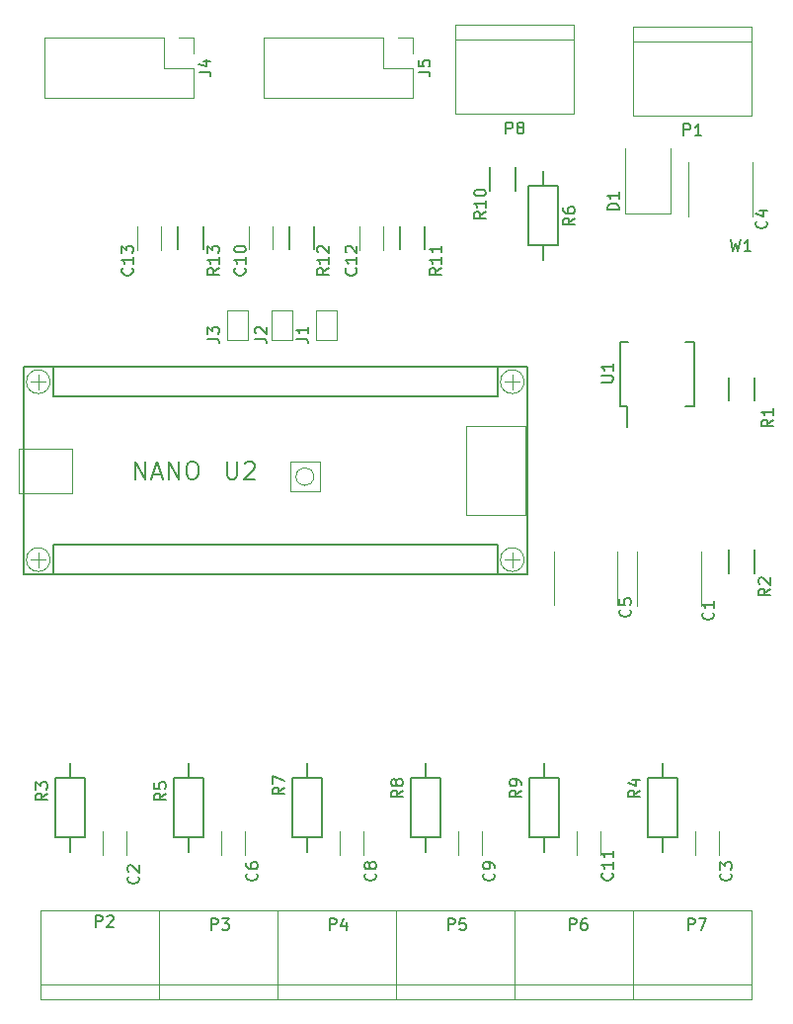
<source format=gbr>
G04 #@! TF.FileFunction,Legend,Top*
%FSLAX46Y46*%
G04 Gerber Fmt 4.6, Leading zero omitted, Abs format (unit mm)*
G04 Created by KiCad (PCBNEW 4.0.2+dfsg1-stable) date mié 25 sep 2019 12:11:59 CEST*
%MOMM*%
G01*
G04 APERTURE LIST*
%ADD10C,0.100000*%
%ADD11C,0.120000*%
%ADD12C,0.150000*%
%ADD13C,0.010000*%
G04 APERTURE END LIST*
D10*
D11*
X94361000Y-157480000D02*
X84201000Y-157480000D01*
X94361000Y-158750000D02*
X94361000Y-151130000D01*
X94361000Y-151130000D02*
X84201000Y-151130000D01*
X84201000Y-151130000D02*
X84201000Y-158750000D01*
X84201000Y-158750000D02*
X94361000Y-158750000D01*
X81730000Y-92536000D02*
X81730000Y-94536000D01*
X83770000Y-94536000D02*
X83770000Y-92536000D01*
X120480000Y-125050000D02*
X120480000Y-120450000D01*
X115020000Y-120450000D02*
X115020000Y-125050000D01*
X71251000Y-146415000D02*
X71251000Y-144415000D01*
X69211000Y-144415000D02*
X69211000Y-146415000D01*
X122051000Y-146415000D02*
X122051000Y-144415000D01*
X120011000Y-144415000D02*
X120011000Y-146415000D01*
X119444000Y-87108000D02*
X119444000Y-91708000D01*
X124904000Y-91708000D02*
X124904000Y-87108000D01*
X113351000Y-125002000D02*
X113351000Y-120402000D01*
X107891000Y-120402000D02*
X107891000Y-125002000D01*
X81411000Y-146415000D02*
X81411000Y-144415000D01*
X79371000Y-144415000D02*
X79371000Y-146415000D01*
X91571000Y-146415000D02*
X91571000Y-144415000D01*
X89531000Y-144415000D02*
X89531000Y-146415000D01*
X101731000Y-146415000D02*
X101731000Y-144415000D01*
X99691000Y-144415000D02*
X99691000Y-146415000D01*
X111891000Y-146415000D02*
X111891000Y-144415000D01*
X109851000Y-144415000D02*
X109851000Y-146415000D01*
X114001000Y-91471000D02*
X117901000Y-91471000D01*
X117901000Y-91471000D02*
X117901000Y-85861000D01*
X114001000Y-91471000D02*
X114001000Y-85861000D01*
X89246000Y-102279000D02*
X89246000Y-99739000D01*
X87466000Y-99739000D02*
X87466000Y-102279000D01*
X87466000Y-99739000D02*
X89246000Y-99739000D01*
X89246000Y-102279000D02*
X87466000Y-102279000D01*
X85436000Y-102279000D02*
X85436000Y-99739000D01*
X83656000Y-99739000D02*
X83656000Y-102279000D01*
X83656000Y-99739000D02*
X85436000Y-99739000D01*
X85436000Y-102279000D02*
X83656000Y-102279000D01*
X81626000Y-102279000D02*
X81626000Y-99739000D01*
X79846000Y-99739000D02*
X79846000Y-102279000D01*
X79846000Y-99739000D02*
X81626000Y-99739000D01*
X81626000Y-102279000D02*
X79846000Y-102279000D01*
X114681000Y-76708000D02*
X124841000Y-76708000D01*
X114681000Y-75438000D02*
X114681000Y-83058000D01*
X114681000Y-83058000D02*
X124841000Y-83058000D01*
X124841000Y-83058000D02*
X124841000Y-75438000D01*
X124841000Y-75438000D02*
X114681000Y-75438000D01*
X74041000Y-157480000D02*
X63881000Y-157480000D01*
X74041000Y-158750000D02*
X74041000Y-151130000D01*
X74041000Y-151130000D02*
X63881000Y-151130000D01*
X63881000Y-151130000D02*
X63881000Y-158750000D01*
X63881000Y-158750000D02*
X74041000Y-158750000D01*
X84201000Y-157480000D02*
X74041000Y-157480000D01*
X84201000Y-158750000D02*
X84201000Y-151130000D01*
X84201000Y-151130000D02*
X74041000Y-151130000D01*
X74041000Y-151130000D02*
X74041000Y-158750000D01*
X74041000Y-158750000D02*
X84201000Y-158750000D01*
X104521000Y-157480000D02*
X94361000Y-157480000D01*
X104521000Y-158750000D02*
X104521000Y-151130000D01*
X104521000Y-151130000D02*
X94361000Y-151130000D01*
X94361000Y-151130000D02*
X94361000Y-158750000D01*
X94361000Y-158750000D02*
X104521000Y-158750000D01*
X114681000Y-157480000D02*
X104521000Y-157480000D01*
X114681000Y-158750000D02*
X114681000Y-151130000D01*
X114681000Y-151130000D02*
X104521000Y-151130000D01*
X104521000Y-151130000D02*
X104521000Y-158750000D01*
X104521000Y-158750000D02*
X114681000Y-158750000D01*
X124841000Y-157480000D02*
X114681000Y-157480000D01*
X124841000Y-158750000D02*
X124841000Y-151130000D01*
X124841000Y-151130000D02*
X114681000Y-151130000D01*
X114681000Y-151130000D02*
X114681000Y-158750000D01*
X114681000Y-158750000D02*
X124841000Y-158750000D01*
X99441000Y-76581000D02*
X109601000Y-76581000D01*
X99441000Y-75311000D02*
X99441000Y-82931000D01*
X99441000Y-82931000D02*
X109601000Y-82931000D01*
X109601000Y-82931000D02*
X109601000Y-75311000D01*
X109601000Y-75311000D02*
X99441000Y-75311000D01*
D12*
X67691000Y-139827000D02*
X67691000Y-144907000D01*
X67691000Y-144907000D02*
X65151000Y-144907000D01*
X65151000Y-144907000D02*
X65151000Y-139827000D01*
X65151000Y-139827000D02*
X67691000Y-139827000D01*
X66421000Y-139827000D02*
X66421000Y-138557000D01*
X66421000Y-144907000D02*
X66421000Y-146177000D01*
X118491000Y-139827000D02*
X118491000Y-144907000D01*
X118491000Y-144907000D02*
X115951000Y-144907000D01*
X115951000Y-144907000D02*
X115951000Y-139827000D01*
X115951000Y-139827000D02*
X118491000Y-139827000D01*
X117221000Y-139827000D02*
X117221000Y-138557000D01*
X117221000Y-144907000D02*
X117221000Y-146177000D01*
X77851000Y-139827000D02*
X77851000Y-144907000D01*
X77851000Y-144907000D02*
X75311000Y-144907000D01*
X75311000Y-144907000D02*
X75311000Y-139827000D01*
X75311000Y-139827000D02*
X77851000Y-139827000D01*
X76581000Y-139827000D02*
X76581000Y-138557000D01*
X76581000Y-144907000D02*
X76581000Y-146177000D01*
X87985600Y-139827000D02*
X87985600Y-144907000D01*
X87985600Y-144907000D02*
X85445600Y-144907000D01*
X85445600Y-144907000D02*
X85445600Y-139827000D01*
X85445600Y-139827000D02*
X87985600Y-139827000D01*
X86715600Y-139827000D02*
X86715600Y-138557000D01*
X86715600Y-144907000D02*
X86715600Y-146177000D01*
X98171000Y-139827000D02*
X98171000Y-144907000D01*
X98171000Y-144907000D02*
X95631000Y-144907000D01*
X95631000Y-144907000D02*
X95631000Y-139827000D01*
X95631000Y-139827000D02*
X98171000Y-139827000D01*
X96901000Y-139827000D02*
X96901000Y-138557000D01*
X96901000Y-144907000D02*
X96901000Y-146177000D01*
X108331000Y-139827000D02*
X108331000Y-144907000D01*
X108331000Y-144907000D02*
X105791000Y-144907000D01*
X105791000Y-144907000D02*
X105791000Y-139827000D01*
X105791000Y-139827000D02*
X108331000Y-139827000D01*
X107061000Y-139827000D02*
X107061000Y-138557000D01*
X107061000Y-144907000D02*
X107061000Y-146177000D01*
X113545000Y-108000000D02*
X114200000Y-108000000D01*
X113545000Y-102500000D02*
X114295000Y-102500000D01*
X119955000Y-102500000D02*
X119205000Y-102500000D01*
X119955000Y-108000000D02*
X119205000Y-108000000D01*
X113545000Y-108000000D02*
X113545000Y-102500000D01*
X119955000Y-108000000D02*
X119955000Y-102500000D01*
X114200000Y-108000000D02*
X114200000Y-109750000D01*
D13*
X62029000Y-111595000D02*
X66601000Y-111595000D01*
X66601000Y-111595000D02*
X66601000Y-115405000D01*
X66601000Y-115405000D02*
X62029000Y-115405000D01*
X62029000Y-115405000D02*
X62029000Y-111595000D01*
X85270000Y-112738000D02*
X85270000Y-115278000D01*
X85270000Y-115278000D02*
X87810000Y-115278000D01*
X87810000Y-115278000D02*
X87810000Y-112738000D01*
X87810000Y-112738000D02*
X85270000Y-112738000D01*
X87302000Y-114008000D02*
G75*
G03X87302000Y-114008000I-762000J0D01*
G01*
X105463000Y-109690000D02*
X105463000Y-117310000D01*
X105463000Y-117310000D02*
X100383000Y-117310000D01*
X100383000Y-117310000D02*
X100383000Y-109690000D01*
X100383000Y-109690000D02*
X105463000Y-109690000D01*
D12*
X62410000Y-104610000D02*
X62410000Y-122390000D01*
X62410000Y-122390000D02*
X105590000Y-122390000D01*
X105590000Y-122390000D02*
X105590000Y-104610000D01*
X105590000Y-104610000D02*
X62410000Y-104610000D01*
D13*
X63680000Y-120485000D02*
X63680000Y-121755000D01*
X64315000Y-121120000D02*
X63045000Y-121120000D01*
X63680000Y-105245000D02*
X63680000Y-106515000D01*
X64315000Y-105880000D02*
X63045000Y-105880000D01*
X104320000Y-120485000D02*
X104320000Y-121755000D01*
X104955000Y-121120000D02*
X103685000Y-121120000D01*
X104320000Y-105245000D02*
X104320000Y-106515000D01*
X104955000Y-105880000D02*
X103685000Y-105880000D01*
D12*
X64950000Y-104610000D02*
X64950000Y-107150000D01*
X64950000Y-107150000D02*
X103050000Y-107150000D01*
X103050000Y-107150000D02*
X103050000Y-104610000D01*
X103050000Y-104610000D02*
X64950000Y-104610000D01*
X103050000Y-119850000D02*
X103050000Y-122390000D01*
X103050000Y-122390000D02*
X64950000Y-122390000D01*
X64950000Y-122390000D02*
X64950000Y-119850000D01*
X64950000Y-119850000D02*
X103050000Y-119850000D01*
D13*
X64696000Y-121120000D02*
G75*
G03X64696000Y-121120000I-1016000J0D01*
G01*
X64696000Y-105880000D02*
G75*
G03X64696000Y-105880000I-1016000J0D01*
G01*
X105336000Y-105880000D02*
G75*
G03X105336000Y-105880000I-1016000J0D01*
G01*
X105336000Y-121120000D02*
G75*
G03X105336000Y-121120000I-1016000J0D01*
G01*
D11*
X64202000Y-76394000D02*
X64202000Y-81594000D01*
X74422000Y-76394000D02*
X64202000Y-76394000D01*
X77022000Y-81594000D02*
X64202000Y-81594000D01*
X74422000Y-76394000D02*
X74422000Y-78994000D01*
X74422000Y-78994000D02*
X77022000Y-78994000D01*
X77022000Y-78994000D02*
X77022000Y-81594000D01*
X75692000Y-76394000D02*
X77022000Y-76394000D01*
X77022000Y-76394000D02*
X77022000Y-77724000D01*
X82998000Y-76394000D02*
X82998000Y-81594000D01*
X93218000Y-76394000D02*
X82998000Y-76394000D01*
X95818000Y-81594000D02*
X82998000Y-81594000D01*
X93218000Y-76394000D02*
X93218000Y-78994000D01*
X93218000Y-78994000D02*
X95818000Y-78994000D01*
X95818000Y-78994000D02*
X95818000Y-81594000D01*
X94488000Y-76394000D02*
X95818000Y-76394000D01*
X95818000Y-76394000D02*
X95818000Y-77724000D01*
D12*
X122925000Y-107500000D02*
X122925000Y-105500000D01*
X125075000Y-105500000D02*
X125075000Y-107500000D01*
X122925000Y-122250000D02*
X122925000Y-120250000D01*
X125075000Y-120250000D02*
X125075000Y-122250000D01*
X105730000Y-94210000D02*
X105730000Y-89130000D01*
X105730000Y-89130000D02*
X108270000Y-89130000D01*
X108270000Y-89130000D02*
X108270000Y-94210000D01*
X108270000Y-94210000D02*
X105730000Y-94210000D01*
X107000000Y-94210000D02*
X107000000Y-95480000D01*
X107000000Y-89130000D02*
X107000000Y-87860000D01*
X104575000Y-87500000D02*
X104575000Y-89500000D01*
X102425000Y-89500000D02*
X102425000Y-87500000D01*
X94675000Y-94536000D02*
X94675000Y-92536000D01*
X96825000Y-92536000D02*
X96825000Y-94536000D01*
X85175000Y-94536000D02*
X85175000Y-92536000D01*
X87325000Y-92536000D02*
X87325000Y-94536000D01*
X75675000Y-94536000D02*
X75675000Y-92536000D01*
X77825000Y-92536000D02*
X77825000Y-94536000D01*
D11*
X72132000Y-92599000D02*
X72132000Y-94599000D01*
X74172000Y-94599000D02*
X74172000Y-92599000D01*
X91182000Y-92599000D02*
X91182000Y-94599000D01*
X93222000Y-94599000D02*
X93222000Y-92599000D01*
D12*
X88669905Y-152852381D02*
X88669905Y-151852381D01*
X89050858Y-151852381D01*
X89146096Y-151900000D01*
X89193715Y-151947619D01*
X89241334Y-152042857D01*
X89241334Y-152185714D01*
X89193715Y-152280952D01*
X89146096Y-152328571D01*
X89050858Y-152376190D01*
X88669905Y-152376190D01*
X90098477Y-152185714D02*
X90098477Y-152852381D01*
X89860381Y-151804762D02*
X89622286Y-152519048D01*
X90241334Y-152519048D01*
X81383143Y-96146857D02*
X81430762Y-96194476D01*
X81478381Y-96337333D01*
X81478381Y-96432571D01*
X81430762Y-96575429D01*
X81335524Y-96670667D01*
X81240286Y-96718286D01*
X81049810Y-96765905D01*
X80906952Y-96765905D01*
X80716476Y-96718286D01*
X80621238Y-96670667D01*
X80526000Y-96575429D01*
X80478381Y-96432571D01*
X80478381Y-96337333D01*
X80526000Y-96194476D01*
X80573619Y-96146857D01*
X81478381Y-95194476D02*
X81478381Y-95765905D01*
X81478381Y-95480191D02*
X80478381Y-95480191D01*
X80621238Y-95575429D01*
X80716476Y-95670667D01*
X80764095Y-95765905D01*
X80478381Y-94575429D02*
X80478381Y-94480190D01*
X80526000Y-94384952D01*
X80573619Y-94337333D01*
X80668857Y-94289714D01*
X80859333Y-94242095D01*
X81097429Y-94242095D01*
X81287905Y-94289714D01*
X81383143Y-94337333D01*
X81430762Y-94384952D01*
X81478381Y-94480190D01*
X81478381Y-94575429D01*
X81430762Y-94670667D01*
X81383143Y-94718286D01*
X81287905Y-94765905D01*
X81097429Y-94813524D01*
X80859333Y-94813524D01*
X80668857Y-94765905D01*
X80573619Y-94718286D01*
X80526000Y-94670667D01*
X80478381Y-94575429D01*
X121515143Y-125642666D02*
X121562762Y-125690285D01*
X121610381Y-125833142D01*
X121610381Y-125928380D01*
X121562762Y-126071238D01*
X121467524Y-126166476D01*
X121372286Y-126214095D01*
X121181810Y-126261714D01*
X121038952Y-126261714D01*
X120848476Y-126214095D01*
X120753238Y-126166476D01*
X120658000Y-126071238D01*
X120610381Y-125928380D01*
X120610381Y-125833142D01*
X120658000Y-125690285D01*
X120705619Y-125642666D01*
X121610381Y-124690285D02*
X121610381Y-125261714D01*
X121610381Y-124976000D02*
X120610381Y-124976000D01*
X120753238Y-125071238D01*
X120848476Y-125166476D01*
X120896095Y-125261714D01*
X72239143Y-148248666D02*
X72286762Y-148296285D01*
X72334381Y-148439142D01*
X72334381Y-148534380D01*
X72286762Y-148677238D01*
X72191524Y-148772476D01*
X72096286Y-148820095D01*
X71905810Y-148867714D01*
X71762952Y-148867714D01*
X71572476Y-148820095D01*
X71477238Y-148772476D01*
X71382000Y-148677238D01*
X71334381Y-148534380D01*
X71334381Y-148439142D01*
X71382000Y-148296285D01*
X71429619Y-148248666D01*
X71429619Y-147867714D02*
X71382000Y-147820095D01*
X71334381Y-147724857D01*
X71334381Y-147486761D01*
X71382000Y-147391523D01*
X71429619Y-147343904D01*
X71524857Y-147296285D01*
X71620095Y-147296285D01*
X71762952Y-147343904D01*
X72334381Y-147915333D01*
X72334381Y-147296285D01*
X123039143Y-147994666D02*
X123086762Y-148042285D01*
X123134381Y-148185142D01*
X123134381Y-148280380D01*
X123086762Y-148423238D01*
X122991524Y-148518476D01*
X122896286Y-148566095D01*
X122705810Y-148613714D01*
X122562952Y-148613714D01*
X122372476Y-148566095D01*
X122277238Y-148518476D01*
X122182000Y-148423238D01*
X122134381Y-148280380D01*
X122134381Y-148185142D01*
X122182000Y-148042285D01*
X122229619Y-147994666D01*
X122134381Y-147661333D02*
X122134381Y-147042285D01*
X122515333Y-147375619D01*
X122515333Y-147232761D01*
X122562952Y-147137523D01*
X122610571Y-147089904D01*
X122705810Y-147042285D01*
X122943905Y-147042285D01*
X123039143Y-147089904D01*
X123086762Y-147137523D01*
X123134381Y-147232761D01*
X123134381Y-147518476D01*
X123086762Y-147613714D01*
X123039143Y-147661333D01*
X126087143Y-92114666D02*
X126134762Y-92162285D01*
X126182381Y-92305142D01*
X126182381Y-92400380D01*
X126134762Y-92543238D01*
X126039524Y-92638476D01*
X125944286Y-92686095D01*
X125753810Y-92733714D01*
X125610952Y-92733714D01*
X125420476Y-92686095D01*
X125325238Y-92638476D01*
X125230000Y-92543238D01*
X125182381Y-92400380D01*
X125182381Y-92305142D01*
X125230000Y-92162285D01*
X125277619Y-92114666D01*
X125515714Y-91257523D02*
X126182381Y-91257523D01*
X125134762Y-91495619D02*
X125849048Y-91733714D01*
X125849048Y-91114666D01*
X114403143Y-125388666D02*
X114450762Y-125436285D01*
X114498381Y-125579142D01*
X114498381Y-125674380D01*
X114450762Y-125817238D01*
X114355524Y-125912476D01*
X114260286Y-125960095D01*
X114069810Y-126007714D01*
X113926952Y-126007714D01*
X113736476Y-125960095D01*
X113641238Y-125912476D01*
X113546000Y-125817238D01*
X113498381Y-125674380D01*
X113498381Y-125579142D01*
X113546000Y-125436285D01*
X113593619Y-125388666D01*
X113498381Y-124483904D02*
X113498381Y-124960095D01*
X113974571Y-125007714D01*
X113926952Y-124960095D01*
X113879333Y-124864857D01*
X113879333Y-124626761D01*
X113926952Y-124531523D01*
X113974571Y-124483904D01*
X114069810Y-124436285D01*
X114307905Y-124436285D01*
X114403143Y-124483904D01*
X114450762Y-124531523D01*
X114498381Y-124626761D01*
X114498381Y-124864857D01*
X114450762Y-124960095D01*
X114403143Y-125007714D01*
X82399143Y-147994666D02*
X82446762Y-148042285D01*
X82494381Y-148185142D01*
X82494381Y-148280380D01*
X82446762Y-148423238D01*
X82351524Y-148518476D01*
X82256286Y-148566095D01*
X82065810Y-148613714D01*
X81922952Y-148613714D01*
X81732476Y-148566095D01*
X81637238Y-148518476D01*
X81542000Y-148423238D01*
X81494381Y-148280380D01*
X81494381Y-148185142D01*
X81542000Y-148042285D01*
X81589619Y-147994666D01*
X81494381Y-147137523D02*
X81494381Y-147328000D01*
X81542000Y-147423238D01*
X81589619Y-147470857D01*
X81732476Y-147566095D01*
X81922952Y-147613714D01*
X82303905Y-147613714D01*
X82399143Y-147566095D01*
X82446762Y-147518476D01*
X82494381Y-147423238D01*
X82494381Y-147232761D01*
X82446762Y-147137523D01*
X82399143Y-147089904D01*
X82303905Y-147042285D01*
X82065810Y-147042285D01*
X81970571Y-147089904D01*
X81922952Y-147137523D01*
X81875333Y-147232761D01*
X81875333Y-147423238D01*
X81922952Y-147518476D01*
X81970571Y-147566095D01*
X82065810Y-147613714D01*
X92559143Y-147994666D02*
X92606762Y-148042285D01*
X92654381Y-148185142D01*
X92654381Y-148280380D01*
X92606762Y-148423238D01*
X92511524Y-148518476D01*
X92416286Y-148566095D01*
X92225810Y-148613714D01*
X92082952Y-148613714D01*
X91892476Y-148566095D01*
X91797238Y-148518476D01*
X91702000Y-148423238D01*
X91654381Y-148280380D01*
X91654381Y-148185142D01*
X91702000Y-148042285D01*
X91749619Y-147994666D01*
X92082952Y-147423238D02*
X92035333Y-147518476D01*
X91987714Y-147566095D01*
X91892476Y-147613714D01*
X91844857Y-147613714D01*
X91749619Y-147566095D01*
X91702000Y-147518476D01*
X91654381Y-147423238D01*
X91654381Y-147232761D01*
X91702000Y-147137523D01*
X91749619Y-147089904D01*
X91844857Y-147042285D01*
X91892476Y-147042285D01*
X91987714Y-147089904D01*
X92035333Y-147137523D01*
X92082952Y-147232761D01*
X92082952Y-147423238D01*
X92130571Y-147518476D01*
X92178190Y-147566095D01*
X92273429Y-147613714D01*
X92463905Y-147613714D01*
X92559143Y-147566095D01*
X92606762Y-147518476D01*
X92654381Y-147423238D01*
X92654381Y-147232761D01*
X92606762Y-147137523D01*
X92559143Y-147089904D01*
X92463905Y-147042285D01*
X92273429Y-147042285D01*
X92178190Y-147089904D01*
X92130571Y-147137523D01*
X92082952Y-147232761D01*
X102719143Y-147994666D02*
X102766762Y-148042285D01*
X102814381Y-148185142D01*
X102814381Y-148280380D01*
X102766762Y-148423238D01*
X102671524Y-148518476D01*
X102576286Y-148566095D01*
X102385810Y-148613714D01*
X102242952Y-148613714D01*
X102052476Y-148566095D01*
X101957238Y-148518476D01*
X101862000Y-148423238D01*
X101814381Y-148280380D01*
X101814381Y-148185142D01*
X101862000Y-148042285D01*
X101909619Y-147994666D01*
X102814381Y-147518476D02*
X102814381Y-147328000D01*
X102766762Y-147232761D01*
X102719143Y-147185142D01*
X102576286Y-147089904D01*
X102385810Y-147042285D01*
X102004857Y-147042285D01*
X101909619Y-147089904D01*
X101862000Y-147137523D01*
X101814381Y-147232761D01*
X101814381Y-147423238D01*
X101862000Y-147518476D01*
X101909619Y-147566095D01*
X102004857Y-147613714D01*
X102242952Y-147613714D01*
X102338190Y-147566095D01*
X102385810Y-147518476D01*
X102433429Y-147423238D01*
X102433429Y-147232761D01*
X102385810Y-147137523D01*
X102338190Y-147089904D01*
X102242952Y-147042285D01*
X112879143Y-147962857D02*
X112926762Y-148010476D01*
X112974381Y-148153333D01*
X112974381Y-148248571D01*
X112926762Y-148391429D01*
X112831524Y-148486667D01*
X112736286Y-148534286D01*
X112545810Y-148581905D01*
X112402952Y-148581905D01*
X112212476Y-148534286D01*
X112117238Y-148486667D01*
X112022000Y-148391429D01*
X111974381Y-148248571D01*
X111974381Y-148153333D01*
X112022000Y-148010476D01*
X112069619Y-147962857D01*
X112974381Y-147010476D02*
X112974381Y-147581905D01*
X112974381Y-147296191D02*
X111974381Y-147296191D01*
X112117238Y-147391429D01*
X112212476Y-147486667D01*
X112260095Y-147581905D01*
X112974381Y-146058095D02*
X112974381Y-146629524D01*
X112974381Y-146343810D02*
X111974381Y-146343810D01*
X112117238Y-146439048D01*
X112212476Y-146534286D01*
X112260095Y-146629524D01*
X113482381Y-91162095D02*
X112482381Y-91162095D01*
X112482381Y-90924000D01*
X112530000Y-90781142D01*
X112625238Y-90685904D01*
X112720476Y-90638285D01*
X112910952Y-90590666D01*
X113053810Y-90590666D01*
X113244286Y-90638285D01*
X113339524Y-90685904D01*
X113434762Y-90781142D01*
X113482381Y-90924000D01*
X113482381Y-91162095D01*
X113482381Y-89638285D02*
X113482381Y-90209714D01*
X113482381Y-89924000D02*
X112482381Y-89924000D01*
X112625238Y-90019238D01*
X112720476Y-90114476D01*
X112768095Y-90209714D01*
X85812381Y-102187333D02*
X86526667Y-102187333D01*
X86669524Y-102234953D01*
X86764762Y-102330191D01*
X86812381Y-102473048D01*
X86812381Y-102568286D01*
X86812381Y-101187333D02*
X86812381Y-101758762D01*
X86812381Y-101473048D02*
X85812381Y-101473048D01*
X85955238Y-101568286D01*
X86050476Y-101663524D01*
X86098095Y-101758762D01*
X82256381Y-102187333D02*
X82970667Y-102187333D01*
X83113524Y-102234953D01*
X83208762Y-102330191D01*
X83256381Y-102473048D01*
X83256381Y-102568286D01*
X82351619Y-101758762D02*
X82304000Y-101711143D01*
X82256381Y-101615905D01*
X82256381Y-101377809D01*
X82304000Y-101282571D01*
X82351619Y-101234952D01*
X82446857Y-101187333D01*
X82542095Y-101187333D01*
X82684952Y-101234952D01*
X83256381Y-101806381D01*
X83256381Y-101187333D01*
X78192381Y-102187333D02*
X78906667Y-102187333D01*
X79049524Y-102234953D01*
X79144762Y-102330191D01*
X79192381Y-102473048D01*
X79192381Y-102568286D01*
X78192381Y-101806381D02*
X78192381Y-101187333D01*
X78573333Y-101520667D01*
X78573333Y-101377809D01*
X78620952Y-101282571D01*
X78668571Y-101234952D01*
X78763810Y-101187333D01*
X79001905Y-101187333D01*
X79097143Y-101234952D01*
X79144762Y-101282571D01*
X79192381Y-101377809D01*
X79192381Y-101663524D01*
X79144762Y-101758762D01*
X79097143Y-101806381D01*
X119022905Y-84780381D02*
X119022905Y-83780381D01*
X119403858Y-83780381D01*
X119499096Y-83828000D01*
X119546715Y-83875619D01*
X119594334Y-83970857D01*
X119594334Y-84113714D01*
X119546715Y-84208952D01*
X119499096Y-84256571D01*
X119403858Y-84304190D01*
X119022905Y-84304190D01*
X120546715Y-84780381D02*
X119975286Y-84780381D01*
X120261000Y-84780381D02*
X120261000Y-83780381D01*
X120165762Y-83923238D01*
X120070524Y-84018476D01*
X119975286Y-84066095D01*
X68603905Y-152598381D02*
X68603905Y-151598381D01*
X68984858Y-151598381D01*
X69080096Y-151646000D01*
X69127715Y-151693619D01*
X69175334Y-151788857D01*
X69175334Y-151931714D01*
X69127715Y-152026952D01*
X69080096Y-152074571D01*
X68984858Y-152122190D01*
X68603905Y-152122190D01*
X69556286Y-151693619D02*
X69603905Y-151646000D01*
X69699143Y-151598381D01*
X69937239Y-151598381D01*
X70032477Y-151646000D01*
X70080096Y-151693619D01*
X70127715Y-151788857D01*
X70127715Y-151884095D01*
X70080096Y-152026952D01*
X69508667Y-152598381D01*
X70127715Y-152598381D01*
X78509905Y-152852381D02*
X78509905Y-151852381D01*
X78890858Y-151852381D01*
X78986096Y-151900000D01*
X79033715Y-151947619D01*
X79081334Y-152042857D01*
X79081334Y-152185714D01*
X79033715Y-152280952D01*
X78986096Y-152328571D01*
X78890858Y-152376190D01*
X78509905Y-152376190D01*
X79414667Y-151852381D02*
X80033715Y-151852381D01*
X79700381Y-152233333D01*
X79843239Y-152233333D01*
X79938477Y-152280952D01*
X79986096Y-152328571D01*
X80033715Y-152423810D01*
X80033715Y-152661905D01*
X79986096Y-152757143D01*
X79938477Y-152804762D01*
X79843239Y-152852381D01*
X79557524Y-152852381D01*
X79462286Y-152804762D01*
X79414667Y-152757143D01*
X98829905Y-152852381D02*
X98829905Y-151852381D01*
X99210858Y-151852381D01*
X99306096Y-151900000D01*
X99353715Y-151947619D01*
X99401334Y-152042857D01*
X99401334Y-152185714D01*
X99353715Y-152280952D01*
X99306096Y-152328571D01*
X99210858Y-152376190D01*
X98829905Y-152376190D01*
X100306096Y-151852381D02*
X99829905Y-151852381D01*
X99782286Y-152328571D01*
X99829905Y-152280952D01*
X99925143Y-152233333D01*
X100163239Y-152233333D01*
X100258477Y-152280952D01*
X100306096Y-152328571D01*
X100353715Y-152423810D01*
X100353715Y-152661905D01*
X100306096Y-152757143D01*
X100258477Y-152804762D01*
X100163239Y-152852381D01*
X99925143Y-152852381D01*
X99829905Y-152804762D01*
X99782286Y-152757143D01*
X109243905Y-152852381D02*
X109243905Y-151852381D01*
X109624858Y-151852381D01*
X109720096Y-151900000D01*
X109767715Y-151947619D01*
X109815334Y-152042857D01*
X109815334Y-152185714D01*
X109767715Y-152280952D01*
X109720096Y-152328571D01*
X109624858Y-152376190D01*
X109243905Y-152376190D01*
X110672477Y-151852381D02*
X110482000Y-151852381D01*
X110386762Y-151900000D01*
X110339143Y-151947619D01*
X110243905Y-152090476D01*
X110196286Y-152280952D01*
X110196286Y-152661905D01*
X110243905Y-152757143D01*
X110291524Y-152804762D01*
X110386762Y-152852381D01*
X110577239Y-152852381D01*
X110672477Y-152804762D01*
X110720096Y-152757143D01*
X110767715Y-152661905D01*
X110767715Y-152423810D01*
X110720096Y-152328571D01*
X110672477Y-152280952D01*
X110577239Y-152233333D01*
X110386762Y-152233333D01*
X110291524Y-152280952D01*
X110243905Y-152328571D01*
X110196286Y-152423810D01*
X119403905Y-152852381D02*
X119403905Y-151852381D01*
X119784858Y-151852381D01*
X119880096Y-151900000D01*
X119927715Y-151947619D01*
X119975334Y-152042857D01*
X119975334Y-152185714D01*
X119927715Y-152280952D01*
X119880096Y-152328571D01*
X119784858Y-152376190D01*
X119403905Y-152376190D01*
X120308667Y-151852381D02*
X120975334Y-151852381D01*
X120546762Y-152852381D01*
X103782905Y-84653381D02*
X103782905Y-83653381D01*
X104163858Y-83653381D01*
X104259096Y-83701000D01*
X104306715Y-83748619D01*
X104354334Y-83843857D01*
X104354334Y-83986714D01*
X104306715Y-84081952D01*
X104259096Y-84129571D01*
X104163858Y-84177190D01*
X103782905Y-84177190D01*
X104925762Y-84081952D02*
X104830524Y-84034333D01*
X104782905Y-83986714D01*
X104735286Y-83891476D01*
X104735286Y-83843857D01*
X104782905Y-83748619D01*
X104830524Y-83701000D01*
X104925762Y-83653381D01*
X105116239Y-83653381D01*
X105211477Y-83701000D01*
X105259096Y-83748619D01*
X105306715Y-83843857D01*
X105306715Y-83891476D01*
X105259096Y-83986714D01*
X105211477Y-84034333D01*
X105116239Y-84081952D01*
X104925762Y-84081952D01*
X104830524Y-84129571D01*
X104782905Y-84177190D01*
X104735286Y-84272429D01*
X104735286Y-84462905D01*
X104782905Y-84558143D01*
X104830524Y-84605762D01*
X104925762Y-84653381D01*
X105116239Y-84653381D01*
X105211477Y-84605762D01*
X105259096Y-84558143D01*
X105306715Y-84462905D01*
X105306715Y-84272429D01*
X105259096Y-84177190D01*
X105211477Y-84129571D01*
X105116239Y-84081952D01*
X64460381Y-141136666D02*
X63984190Y-141470000D01*
X64460381Y-141708095D02*
X63460381Y-141708095D01*
X63460381Y-141327142D01*
X63508000Y-141231904D01*
X63555619Y-141184285D01*
X63650857Y-141136666D01*
X63793714Y-141136666D01*
X63888952Y-141184285D01*
X63936571Y-141231904D01*
X63984190Y-141327142D01*
X63984190Y-141708095D01*
X63460381Y-140803333D02*
X63460381Y-140184285D01*
X63841333Y-140517619D01*
X63841333Y-140374761D01*
X63888952Y-140279523D01*
X63936571Y-140231904D01*
X64031810Y-140184285D01*
X64269905Y-140184285D01*
X64365143Y-140231904D01*
X64412762Y-140279523D01*
X64460381Y-140374761D01*
X64460381Y-140660476D01*
X64412762Y-140755714D01*
X64365143Y-140803333D01*
X115260381Y-140882666D02*
X114784190Y-141216000D01*
X115260381Y-141454095D02*
X114260381Y-141454095D01*
X114260381Y-141073142D01*
X114308000Y-140977904D01*
X114355619Y-140930285D01*
X114450857Y-140882666D01*
X114593714Y-140882666D01*
X114688952Y-140930285D01*
X114736571Y-140977904D01*
X114784190Y-141073142D01*
X114784190Y-141454095D01*
X114593714Y-140025523D02*
X115260381Y-140025523D01*
X114212762Y-140263619D02*
X114927048Y-140501714D01*
X114927048Y-139882666D01*
X74620381Y-141136666D02*
X74144190Y-141470000D01*
X74620381Y-141708095D02*
X73620381Y-141708095D01*
X73620381Y-141327142D01*
X73668000Y-141231904D01*
X73715619Y-141184285D01*
X73810857Y-141136666D01*
X73953714Y-141136666D01*
X74048952Y-141184285D01*
X74096571Y-141231904D01*
X74144190Y-141327142D01*
X74144190Y-141708095D01*
X73620381Y-140231904D02*
X73620381Y-140708095D01*
X74096571Y-140755714D01*
X74048952Y-140708095D01*
X74001333Y-140612857D01*
X74001333Y-140374761D01*
X74048952Y-140279523D01*
X74096571Y-140231904D01*
X74191810Y-140184285D01*
X74429905Y-140184285D01*
X74525143Y-140231904D01*
X74572762Y-140279523D01*
X74620381Y-140374761D01*
X74620381Y-140612857D01*
X74572762Y-140708095D01*
X74525143Y-140755714D01*
X84780381Y-140628666D02*
X84304190Y-140962000D01*
X84780381Y-141200095D02*
X83780381Y-141200095D01*
X83780381Y-140819142D01*
X83828000Y-140723904D01*
X83875619Y-140676285D01*
X83970857Y-140628666D01*
X84113714Y-140628666D01*
X84208952Y-140676285D01*
X84256571Y-140723904D01*
X84304190Y-140819142D01*
X84304190Y-141200095D01*
X83780381Y-140295333D02*
X83780381Y-139628666D01*
X84780381Y-140057238D01*
X94940381Y-140882666D02*
X94464190Y-141216000D01*
X94940381Y-141454095D02*
X93940381Y-141454095D01*
X93940381Y-141073142D01*
X93988000Y-140977904D01*
X94035619Y-140930285D01*
X94130857Y-140882666D01*
X94273714Y-140882666D01*
X94368952Y-140930285D01*
X94416571Y-140977904D01*
X94464190Y-141073142D01*
X94464190Y-141454095D01*
X94368952Y-140311238D02*
X94321333Y-140406476D01*
X94273714Y-140454095D01*
X94178476Y-140501714D01*
X94130857Y-140501714D01*
X94035619Y-140454095D01*
X93988000Y-140406476D01*
X93940381Y-140311238D01*
X93940381Y-140120761D01*
X93988000Y-140025523D01*
X94035619Y-139977904D01*
X94130857Y-139930285D01*
X94178476Y-139930285D01*
X94273714Y-139977904D01*
X94321333Y-140025523D01*
X94368952Y-140120761D01*
X94368952Y-140311238D01*
X94416571Y-140406476D01*
X94464190Y-140454095D01*
X94559429Y-140501714D01*
X94749905Y-140501714D01*
X94845143Y-140454095D01*
X94892762Y-140406476D01*
X94940381Y-140311238D01*
X94940381Y-140120761D01*
X94892762Y-140025523D01*
X94845143Y-139977904D01*
X94749905Y-139930285D01*
X94559429Y-139930285D01*
X94464190Y-139977904D01*
X94416571Y-140025523D01*
X94368952Y-140120761D01*
X105100381Y-140882666D02*
X104624190Y-141216000D01*
X105100381Y-141454095D02*
X104100381Y-141454095D01*
X104100381Y-141073142D01*
X104148000Y-140977904D01*
X104195619Y-140930285D01*
X104290857Y-140882666D01*
X104433714Y-140882666D01*
X104528952Y-140930285D01*
X104576571Y-140977904D01*
X104624190Y-141073142D01*
X104624190Y-141454095D01*
X105100381Y-140406476D02*
X105100381Y-140216000D01*
X105052762Y-140120761D01*
X105005143Y-140073142D01*
X104862286Y-139977904D01*
X104671810Y-139930285D01*
X104290857Y-139930285D01*
X104195619Y-139977904D01*
X104148000Y-140025523D01*
X104100381Y-140120761D01*
X104100381Y-140311238D01*
X104148000Y-140406476D01*
X104195619Y-140454095D01*
X104290857Y-140501714D01*
X104528952Y-140501714D01*
X104624190Y-140454095D01*
X104671810Y-140406476D01*
X104719429Y-140311238D01*
X104719429Y-140120761D01*
X104671810Y-140025523D01*
X104624190Y-139977904D01*
X104528952Y-139930285D01*
X111974381Y-105917905D02*
X112783905Y-105917905D01*
X112879143Y-105870286D01*
X112926762Y-105822667D01*
X112974381Y-105727429D01*
X112974381Y-105536952D01*
X112926762Y-105441714D01*
X112879143Y-105394095D01*
X112783905Y-105346476D01*
X111974381Y-105346476D01*
X112974381Y-104346476D02*
X112974381Y-104917905D01*
X112974381Y-104632191D02*
X111974381Y-104632191D01*
X112117238Y-104727429D01*
X112212476Y-104822667D01*
X112260095Y-104917905D01*
X79883143Y-112716571D02*
X79883143Y-113930857D01*
X79954571Y-114073714D01*
X80026000Y-114145143D01*
X80168857Y-114216571D01*
X80454571Y-114216571D01*
X80597429Y-114145143D01*
X80668857Y-114073714D01*
X80740286Y-113930857D01*
X80740286Y-112716571D01*
X81383143Y-112859429D02*
X81454572Y-112788000D01*
X81597429Y-112716571D01*
X81954572Y-112716571D01*
X82097429Y-112788000D01*
X82168858Y-112859429D01*
X82240286Y-113002286D01*
X82240286Y-113145143D01*
X82168858Y-113359429D01*
X81311715Y-114216571D01*
X82240286Y-114216571D01*
X72033143Y-114216571D02*
X72033143Y-112716571D01*
X72890286Y-114216571D01*
X72890286Y-112716571D01*
X73533143Y-113788000D02*
X74247429Y-113788000D01*
X73390286Y-114216571D02*
X73890286Y-112716571D01*
X74390286Y-114216571D01*
X74890286Y-114216571D02*
X74890286Y-112716571D01*
X75747429Y-114216571D01*
X75747429Y-112716571D01*
X76747429Y-112716571D02*
X77033143Y-112716571D01*
X77176001Y-112788000D01*
X77318858Y-112930857D01*
X77390286Y-113216571D01*
X77390286Y-113716571D01*
X77318858Y-114002286D01*
X77176001Y-114145143D01*
X77033143Y-114216571D01*
X76747429Y-114216571D01*
X76604572Y-114145143D01*
X76461715Y-114002286D01*
X76390286Y-113716571D01*
X76390286Y-113216571D01*
X76461715Y-112930857D01*
X76604572Y-112788000D01*
X76747429Y-112716571D01*
X123027238Y-93714381D02*
X123265333Y-94714381D01*
X123455810Y-94000095D01*
X123646286Y-94714381D01*
X123884381Y-93714381D01*
X124789143Y-94714381D02*
X124217714Y-94714381D01*
X124503428Y-94714381D02*
X124503428Y-93714381D01*
X124408190Y-93857238D01*
X124312952Y-93952476D01*
X124217714Y-94000095D01*
X77474381Y-79327333D02*
X78188667Y-79327333D01*
X78331524Y-79374953D01*
X78426762Y-79470191D01*
X78474381Y-79613048D01*
X78474381Y-79708286D01*
X77807714Y-78422571D02*
X78474381Y-78422571D01*
X77426762Y-78660667D02*
X78141048Y-78898762D01*
X78141048Y-78279714D01*
X96270381Y-79327333D02*
X96984667Y-79327333D01*
X97127524Y-79374953D01*
X97222762Y-79470191D01*
X97270381Y-79613048D01*
X97270381Y-79708286D01*
X96270381Y-78374952D02*
X96270381Y-78851143D01*
X96746571Y-78898762D01*
X96698952Y-78851143D01*
X96651333Y-78755905D01*
X96651333Y-78517809D01*
X96698952Y-78422571D01*
X96746571Y-78374952D01*
X96841810Y-78327333D01*
X97079905Y-78327333D01*
X97175143Y-78374952D01*
X97222762Y-78422571D01*
X97270381Y-78517809D01*
X97270381Y-78755905D01*
X97222762Y-78851143D01*
X97175143Y-78898762D01*
X126690381Y-109132666D02*
X126214190Y-109466000D01*
X126690381Y-109704095D02*
X125690381Y-109704095D01*
X125690381Y-109323142D01*
X125738000Y-109227904D01*
X125785619Y-109180285D01*
X125880857Y-109132666D01*
X126023714Y-109132666D01*
X126118952Y-109180285D01*
X126166571Y-109227904D01*
X126214190Y-109323142D01*
X126214190Y-109704095D01*
X126690381Y-108180285D02*
X126690381Y-108751714D01*
X126690381Y-108466000D02*
X125690381Y-108466000D01*
X125833238Y-108561238D01*
X125928476Y-108656476D01*
X125976095Y-108751714D01*
X126436381Y-123610666D02*
X125960190Y-123944000D01*
X126436381Y-124182095D02*
X125436381Y-124182095D01*
X125436381Y-123801142D01*
X125484000Y-123705904D01*
X125531619Y-123658285D01*
X125626857Y-123610666D01*
X125769714Y-123610666D01*
X125864952Y-123658285D01*
X125912571Y-123705904D01*
X125960190Y-123801142D01*
X125960190Y-124182095D01*
X125531619Y-123229714D02*
X125484000Y-123182095D01*
X125436381Y-123086857D01*
X125436381Y-122848761D01*
X125484000Y-122753523D01*
X125531619Y-122705904D01*
X125626857Y-122658285D01*
X125722095Y-122658285D01*
X125864952Y-122705904D01*
X126436381Y-123277333D01*
X126436381Y-122658285D01*
X109672381Y-91860666D02*
X109196190Y-92194000D01*
X109672381Y-92432095D02*
X108672381Y-92432095D01*
X108672381Y-92051142D01*
X108720000Y-91955904D01*
X108767619Y-91908285D01*
X108862857Y-91860666D01*
X109005714Y-91860666D01*
X109100952Y-91908285D01*
X109148571Y-91955904D01*
X109196190Y-92051142D01*
X109196190Y-92432095D01*
X108672381Y-91003523D02*
X108672381Y-91194000D01*
X108720000Y-91289238D01*
X108767619Y-91336857D01*
X108910476Y-91432095D01*
X109100952Y-91479714D01*
X109481905Y-91479714D01*
X109577143Y-91432095D01*
X109624762Y-91384476D01*
X109672381Y-91289238D01*
X109672381Y-91098761D01*
X109624762Y-91003523D01*
X109577143Y-90955904D01*
X109481905Y-90908285D01*
X109243810Y-90908285D01*
X109148571Y-90955904D01*
X109100952Y-91003523D01*
X109053333Y-91098761D01*
X109053333Y-91289238D01*
X109100952Y-91384476D01*
X109148571Y-91432095D01*
X109243810Y-91479714D01*
X102052381Y-91320857D02*
X101576190Y-91654191D01*
X102052381Y-91892286D02*
X101052381Y-91892286D01*
X101052381Y-91511333D01*
X101100000Y-91416095D01*
X101147619Y-91368476D01*
X101242857Y-91320857D01*
X101385714Y-91320857D01*
X101480952Y-91368476D01*
X101528571Y-91416095D01*
X101576190Y-91511333D01*
X101576190Y-91892286D01*
X102052381Y-90368476D02*
X102052381Y-90939905D01*
X102052381Y-90654191D02*
X101052381Y-90654191D01*
X101195238Y-90749429D01*
X101290476Y-90844667D01*
X101338095Y-90939905D01*
X101052381Y-89749429D02*
X101052381Y-89654190D01*
X101100000Y-89558952D01*
X101147619Y-89511333D01*
X101242857Y-89463714D01*
X101433333Y-89416095D01*
X101671429Y-89416095D01*
X101861905Y-89463714D01*
X101957143Y-89511333D01*
X102004762Y-89558952D01*
X102052381Y-89654190D01*
X102052381Y-89749429D01*
X102004762Y-89844667D01*
X101957143Y-89892286D01*
X101861905Y-89939905D01*
X101671429Y-89987524D01*
X101433333Y-89987524D01*
X101242857Y-89939905D01*
X101147619Y-89892286D01*
X101100000Y-89844667D01*
X101052381Y-89749429D01*
X98242381Y-96146857D02*
X97766190Y-96480191D01*
X98242381Y-96718286D02*
X97242381Y-96718286D01*
X97242381Y-96337333D01*
X97290000Y-96242095D01*
X97337619Y-96194476D01*
X97432857Y-96146857D01*
X97575714Y-96146857D01*
X97670952Y-96194476D01*
X97718571Y-96242095D01*
X97766190Y-96337333D01*
X97766190Y-96718286D01*
X98242381Y-95194476D02*
X98242381Y-95765905D01*
X98242381Y-95480191D02*
X97242381Y-95480191D01*
X97385238Y-95575429D01*
X97480476Y-95670667D01*
X97528095Y-95765905D01*
X98242381Y-94242095D02*
X98242381Y-94813524D01*
X98242381Y-94527810D02*
X97242381Y-94527810D01*
X97385238Y-94623048D01*
X97480476Y-94718286D01*
X97528095Y-94813524D01*
X88590381Y-96146857D02*
X88114190Y-96480191D01*
X88590381Y-96718286D02*
X87590381Y-96718286D01*
X87590381Y-96337333D01*
X87638000Y-96242095D01*
X87685619Y-96194476D01*
X87780857Y-96146857D01*
X87923714Y-96146857D01*
X88018952Y-96194476D01*
X88066571Y-96242095D01*
X88114190Y-96337333D01*
X88114190Y-96718286D01*
X88590381Y-95194476D02*
X88590381Y-95765905D01*
X88590381Y-95480191D02*
X87590381Y-95480191D01*
X87733238Y-95575429D01*
X87828476Y-95670667D01*
X87876095Y-95765905D01*
X87685619Y-94813524D02*
X87638000Y-94765905D01*
X87590381Y-94670667D01*
X87590381Y-94432571D01*
X87638000Y-94337333D01*
X87685619Y-94289714D01*
X87780857Y-94242095D01*
X87876095Y-94242095D01*
X88018952Y-94289714D01*
X88590381Y-94861143D01*
X88590381Y-94242095D01*
X79192381Y-96146857D02*
X78716190Y-96480191D01*
X79192381Y-96718286D02*
X78192381Y-96718286D01*
X78192381Y-96337333D01*
X78240000Y-96242095D01*
X78287619Y-96194476D01*
X78382857Y-96146857D01*
X78525714Y-96146857D01*
X78620952Y-96194476D01*
X78668571Y-96242095D01*
X78716190Y-96337333D01*
X78716190Y-96718286D01*
X79192381Y-95194476D02*
X79192381Y-95765905D01*
X79192381Y-95480191D02*
X78192381Y-95480191D01*
X78335238Y-95575429D01*
X78430476Y-95670667D01*
X78478095Y-95765905D01*
X78192381Y-94861143D02*
X78192381Y-94242095D01*
X78573333Y-94575429D01*
X78573333Y-94432571D01*
X78620952Y-94337333D01*
X78668571Y-94289714D01*
X78763810Y-94242095D01*
X79001905Y-94242095D01*
X79097143Y-94289714D01*
X79144762Y-94337333D01*
X79192381Y-94432571D01*
X79192381Y-94718286D01*
X79144762Y-94813524D01*
X79097143Y-94861143D01*
X71731143Y-96146857D02*
X71778762Y-96194476D01*
X71826381Y-96337333D01*
X71826381Y-96432571D01*
X71778762Y-96575429D01*
X71683524Y-96670667D01*
X71588286Y-96718286D01*
X71397810Y-96765905D01*
X71254952Y-96765905D01*
X71064476Y-96718286D01*
X70969238Y-96670667D01*
X70874000Y-96575429D01*
X70826381Y-96432571D01*
X70826381Y-96337333D01*
X70874000Y-96194476D01*
X70921619Y-96146857D01*
X71826381Y-95194476D02*
X71826381Y-95765905D01*
X71826381Y-95480191D02*
X70826381Y-95480191D01*
X70969238Y-95575429D01*
X71064476Y-95670667D01*
X71112095Y-95765905D01*
X70826381Y-94861143D02*
X70826381Y-94242095D01*
X71207333Y-94575429D01*
X71207333Y-94432571D01*
X71254952Y-94337333D01*
X71302571Y-94289714D01*
X71397810Y-94242095D01*
X71635905Y-94242095D01*
X71731143Y-94289714D01*
X71778762Y-94337333D01*
X71826381Y-94432571D01*
X71826381Y-94718286D01*
X71778762Y-94813524D01*
X71731143Y-94861143D01*
X90908143Y-96146857D02*
X90955762Y-96194476D01*
X91003381Y-96337333D01*
X91003381Y-96432571D01*
X90955762Y-96575429D01*
X90860524Y-96670667D01*
X90765286Y-96718286D01*
X90574810Y-96765905D01*
X90431952Y-96765905D01*
X90241476Y-96718286D01*
X90146238Y-96670667D01*
X90051000Y-96575429D01*
X90003381Y-96432571D01*
X90003381Y-96337333D01*
X90051000Y-96194476D01*
X90098619Y-96146857D01*
X91003381Y-95194476D02*
X91003381Y-95765905D01*
X91003381Y-95480191D02*
X90003381Y-95480191D01*
X90146238Y-95575429D01*
X90241476Y-95670667D01*
X90289095Y-95765905D01*
X90098619Y-94813524D02*
X90051000Y-94765905D01*
X90003381Y-94670667D01*
X90003381Y-94432571D01*
X90051000Y-94337333D01*
X90098619Y-94289714D01*
X90193857Y-94242095D01*
X90289095Y-94242095D01*
X90431952Y-94289714D01*
X91003381Y-94861143D01*
X91003381Y-94242095D01*
M02*

</source>
